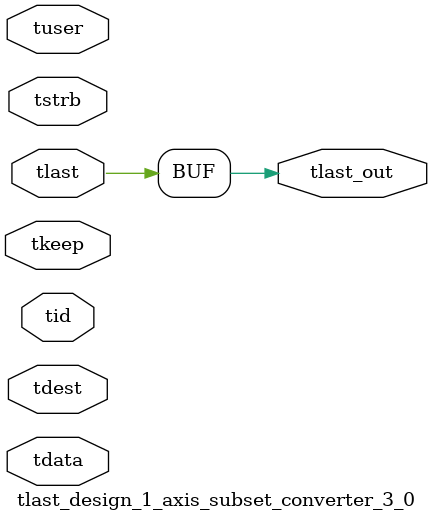
<source format=v>


`timescale 1ps/1ps

module tlast_design_1_axis_subset_converter_3_0 #
(
parameter C_S_AXIS_TID_WIDTH   = 1,
parameter C_S_AXIS_TUSER_WIDTH = 0,
parameter C_S_AXIS_TDATA_WIDTH = 0,
parameter C_S_AXIS_TDEST_WIDTH = 0
)
(
input  [(C_S_AXIS_TID_WIDTH   == 0 ? 1 : C_S_AXIS_TID_WIDTH)-1:0       ] tid,
input  [(C_S_AXIS_TDATA_WIDTH == 0 ? 1 : C_S_AXIS_TDATA_WIDTH)-1:0     ] tdata,
input  [(C_S_AXIS_TUSER_WIDTH == 0 ? 1 : C_S_AXIS_TUSER_WIDTH)-1:0     ] tuser,
input  [(C_S_AXIS_TDEST_WIDTH == 0 ? 1 : C_S_AXIS_TDEST_WIDTH)-1:0     ] tdest,
input  [(C_S_AXIS_TDATA_WIDTH/8)-1:0 ] tkeep,
input  [(C_S_AXIS_TDATA_WIDTH/8)-1:0 ] tstrb,
input  [0:0]                                                             tlast,
output                                                                   tlast_out
);

assign tlast_out = {tlast};

endmodule


</source>
